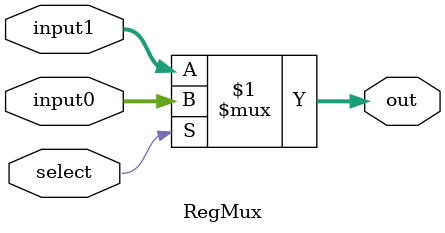
<source format=v>
`timescale 1ns / 1ps


module RegMux(
    input select,
    input [4:0] input0,
    input [4:0] input1,
    output [4:0] out
    );
    assign out = select?input0:input1;
endmodule
</source>
